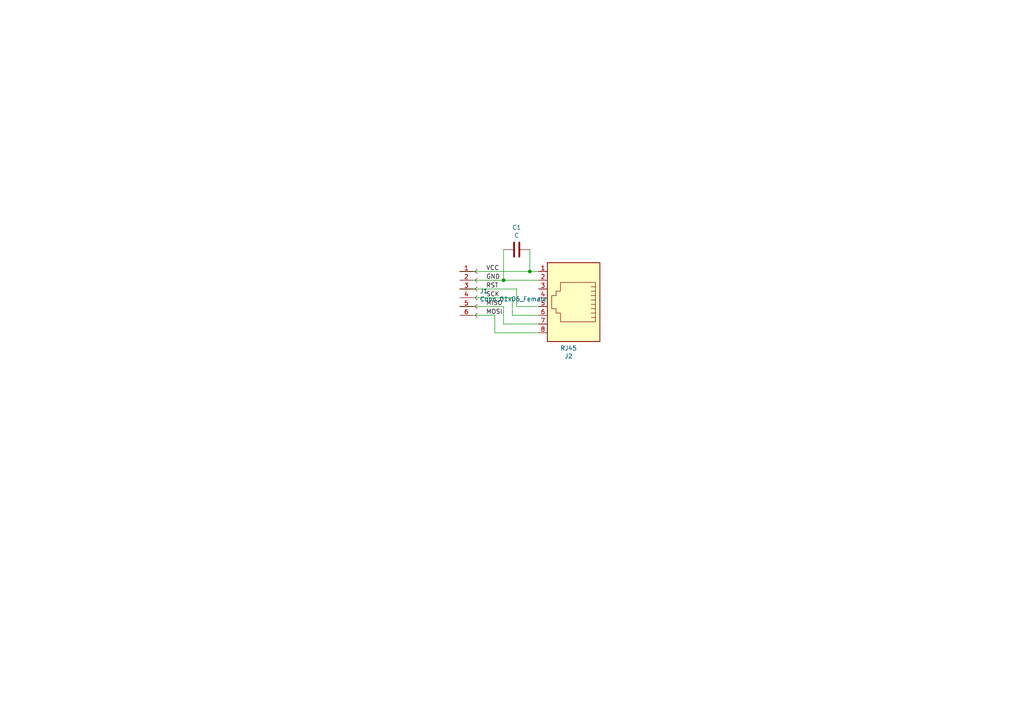
<source format=kicad_sch>
(kicad_sch (version 20230121) (generator eeschema)
  (paper "A4")
  (lib_symbols
    (symbol "Connector:RJ45" (pin_names (offset 1.016))
      (property "Reference" "J" (at -5.08 13.97 0))
      (property "Value" "RJ45" (at 2.54 13.97 0))
      (symbol "RJ45_0_1"
        (polyline (pts (xy -5.08 4.445) (xy -6.35 4.445)))
        (polyline (pts (xy -5.08 5.715) (xy -6.35 5.715)))
        (polyline (pts (xy -6.35 -3.175) (xy -5.08 -3.175) (xy -5.08 -3.175)))
        (polyline (pts (xy -6.35 -1.905) (xy -5.08 -1.905) (xy -5.08 -1.905)))
        (polyline (pts (xy -6.35 -0.635) (xy -5.08 -0.635) (xy -5.08 -0.635)))
        (polyline (pts (xy -6.35 0.635) (xy -5.08 0.635) (xy -5.08 0.635)))
        (polyline (pts (xy -6.35 1.905) (xy -5.08 1.905) (xy -5.08 1.905)))
        (polyline (pts (xy -5.08 3.175) (xy -6.35 3.175) (xy -6.35 3.175)))
        (polyline (pts (xy -6.35 -4.445) (xy -6.35 6.985) (xy 3.81 6.985) (xy 3.81 4.445) (xy 5.08 4.445) (xy 5.08 3.175) (xy 6.35 3.175) (xy 6.35 -0.635) (xy 5.08 -0.635) (xy 5.08 -1.905) (xy 3.81 -1.905) (xy 3.81 -4.445) (xy -6.35 -4.445) (xy -6.35 -4.445)))
        (rectangle (start 7.62 12.7) (end -7.62 -10.16) (stroke (width 0.254)) (fill (type background)))
      )
      (symbol "RJ45_1_1"
        (pin passive line (at 10.16 -7.62 180) (length 2.54) (name "~") (number "1"))
        (pin passive line (at 10.16 -5.08 180) (length 2.54) (name "~") (number "2"))
        (pin passive line (at 10.16 -2.54 180) (length 2.54) (name "~") (number "3"))
        (pin passive line (at 10.16 0 180) (length 2.54) (name "~") (number "4"))
        (pin passive line (at 10.16 2.54 180) (length 2.54) (name "~") (number "5"))
        (pin passive line (at 10.16 5.08 180) (length 2.54) (name "~") (number "6"))
        (pin passive line (at 10.16 7.62 180) (length 2.54) (name "~") (number "7"))
        (pin passive line (at 10.16 10.16 180) (length 2.54) (name "~") (number "8"))
      )
    )
    (symbol "Device:C" (pin_numbers hide) (pin_names (offset 0.254))
      (property "Reference" "C" (at 0.635 2.54 0))
      (property "Value" "C" (at 0.635 -2.54 0))
      (symbol "C_0_1"
        (polyline (pts (xy -2.032 -0.762) (xy 2.032 -0.762)) (stroke (width 0.508)))
        (polyline (pts (xy -2.032 0.762) (xy 2.032 0.762)) (stroke (width 0.508)))
      )
      (symbol "C_1_1"
        (pin passive line (at 0 3.81 270) (length 2.794) (name "~") (number "1"))
        (pin passive line (at 0 -3.81 90) (length 2.794) (name "~") (number "2"))
      )
    )
    (symbol "adapter-rescue:Conn_01x06_Female-Connector" (pin_names (offset 1.016) hide)
      (property "Reference" "J" (at 0 7.62 0))
      (property "Value" "Connector_Conn_01x06_Female" (at 0 -10.16 0))
      (symbol "Conn_01x06_Female-Connector_1_1"
        (arc (start 0 -7.112) (mid -0.5058 -7.62) (end 0 -8.128) (stroke (width 0.1524)))
        (arc (start 0 -4.572) (mid -0.5058 -5.08) (end 0 -5.588) (stroke (width 0.1524)))
        (arc (start 0 -2.032) (mid -0.5058 -2.54) (end 0 -3.048) (stroke (width 0.1524)))
        (polyline (pts (xy -1.27 -7.62) (xy -0.508 -7.62)) (stroke (width 0.1524)))
        (polyline (pts (xy -1.27 -5.08) (xy -0.508 -5.08)) (stroke (width 0.1524)))
        (polyline (pts (xy -1.27 -2.54) (xy -0.508 -2.54)) (stroke (width 0.1524)))
        (polyline (pts (xy -1.27 0) (xy -0.508 0)) (stroke (width 0.1524)))
        (polyline (pts (xy -1.27 2.54) (xy -0.508 2.54)) (stroke (width 0.1524)))
        (polyline (pts (xy -1.27 5.08) (xy -0.508 5.08)) (stroke (width 0.1524)))
        (arc (start 0 0.508) (mid -0.5058 0) (end 0 -0.508) (stroke (width 0.1524)))
        (arc (start 0 3.048) (mid -0.5058 2.54) (end 0 2.032) (stroke (width 0.1524)))
        (arc (start 0 5.588) (mid -0.5058 5.08) (end 0 4.572) (stroke (width 0.1524)))
        (pin passive line (at -5.08 5.08 0) (length 3.81) (name "Pin_1") (number "1"))
        (pin passive line (at -5.08 2.54 0) (length 3.81) (name "Pin_2") (number "2"))
        (pin passive line (at -5.08 0 0) (length 3.81) (name "Pin_3") (number "3"))
        (pin passive line (at -5.08 -2.54 0) (length 3.81) (name "Pin_4") (number "4"))
        (pin passive line (at -5.08 -5.08 0) (length 3.81) (name "Pin_5") (number "5"))
        (pin passive line (at -5.08 -7.62 0) (length 3.81) (name "Pin_6") (number "6"))
      )
    )
  )
  (junction (at 146.05 81.28))
  (junction (at 153.67 78.74))
  (wire (pts (xy 153.67 72.39) (xy 153.67 78.74)))
  (wire (pts (xy 148.59 86.36) (xy 148.59 91.44)))
  (wire (pts (xy 133.35 83.82) (xy 149.86 83.82)))
  (wire (pts (xy 146.05 93.98) (xy 156.21 93.98)))
  (wire (pts (xy 133.35 88.9) (xy 146.05 88.9)))
  (wire (pts (xy 133.35 91.44) (xy 143.51 91.44)))
  (wire (pts (xy 146.05 88.9) (xy 146.05 93.98)))
  (wire (pts (xy 143.51 91.44) (xy 143.51 96.52)))
  (wire (pts (xy 133.35 86.36) (xy 148.59 86.36)))
  (wire (pts (xy 149.86 88.9) (xy 156.21 88.9)))
  (wire (pts (xy 148.59 91.44) (xy 156.21 91.44)))
  (wire (pts (xy 149.86 83.82) (xy 149.86 88.9)))
  (wire (pts (xy 156.21 78.74) (xy 153.67 78.74)))
  (wire (pts (xy 146.05 72.39) (xy 146.05 81.28)))
  (wire (pts (xy 143.51 96.52) (xy 156.21 96.52)))
  (wire (pts (xy 156.21 81.28) (xy 146.05 81.28)))
  (wire (pts (xy 153.67 78.74) (xy 133.35 78.74)))
  (wire (pts (xy 146.05 81.28) (xy 133.35 81.28)))
  (label "RST" (at 140.97 83.82 0))
  (label "VCC" (at 140.97 78.74 0))
  (label "MISO" (at 140.97 88.9 0))
  (label "SCK" (at 140.97 86.36 0))
  (label "MOSI" (at 140.97 91.44 0))
  (label "GND" (at 140.97 81.28 0))
  (symbol (lib_id "Device:C") (at 149.86 72.39 270) (unit 1)
    (property "Reference" "C1" (at 149.86 65.9892 90))
    (property "Value" "C" (at 149.86 68.3006 90))
    (property "Footprint" "Connector_PinHeader_2.54mm:PinHeader_1x02_P2.54mm_Vertical" (effects hide))
  )
  (symbol (lib_id "Connector:RJ45") (at 166.37 86.36 180) (unit 1)
    (property "Reference" "J2" (at 164.9222 103.3018 0))
    (property "Value" "RJ45" (at 164.9222 100.9904 0))
    (property "Footprint" "Connector_RJ:RJ45_Amphenol_54602-x08_Horizontal" (effects hide))
  )
  (symbol (lib_id "adapter-rescue:Conn_01x06_Female-Connector") (at 138.43 83.82 0) (unit 1)
    (property "Reference" "J1" (at 139.1412 84.4296 0) (effects (justify left)))
    (property "Value" "Conn_01x06_Female" (at 139.1412 86.741 0) (effects (justify left)))
    (property "Footprint" "Connector_PinHeader_2.54mm:PinHeader_1x06_P2.54mm_Vertical" (effects hide))
  )
)
</source>
